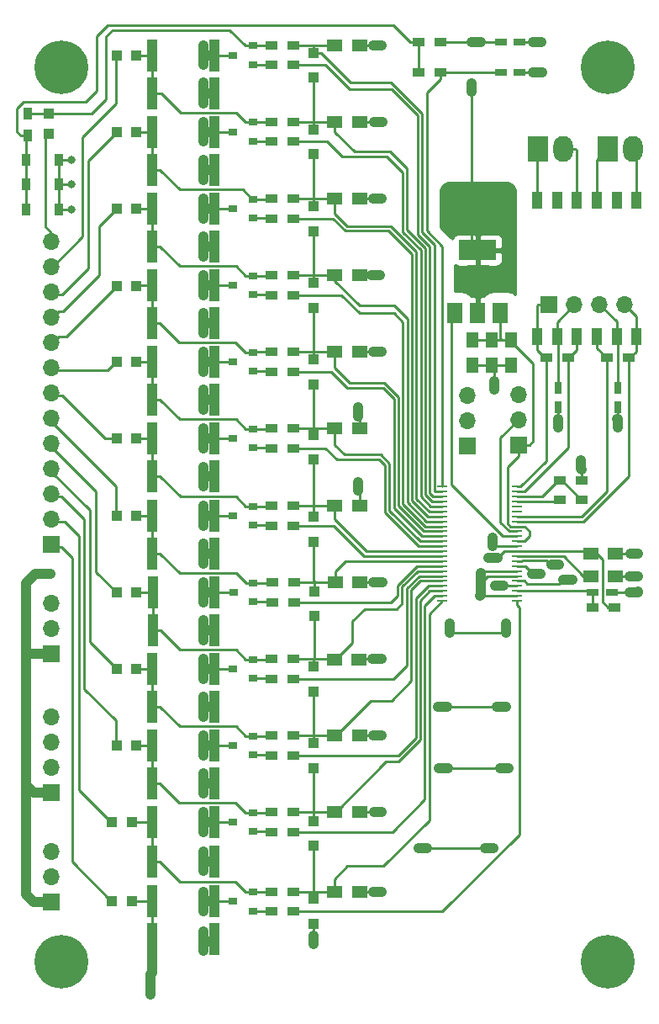
<source format=gbr>
G04 #@! TF.GenerationSoftware,KiCad,Pcbnew,5.1.0-unknown-c054944~86~ubuntu19.04.1*
G04 #@! TF.CreationDate,2019-05-08T15:05:49-04:00*
G04 #@! TF.ProjectId,LTC6811,4c544336-3831-4312-9e6b-696361645f70,rev?*
G04 #@! TF.SameCoordinates,Original*
G04 #@! TF.FileFunction,Copper,L1,Top*
G04 #@! TF.FilePolarity,Positive*
%FSLAX46Y46*%
G04 Gerber Fmt 4.6, Leading zero omitted, Abs format (unit mm)*
G04 Created by KiCad (PCBNEW 5.1.0-unknown-c054944~86~ubuntu19.04.1) date 2019-05-08 15:05:49*
%MOMM*%
%LPD*%
G04 APERTURE LIST*
%ADD10O,1.700000X1.700000*%
%ADD11R,1.700000X1.700000*%
%ADD12R,1.000000X0.285000*%
%ADD13R,0.900000X1.200000*%
%ADD14R,1.250000X1.500000*%
%ADD15R,1.500000X0.100000*%
%ADD16R,1.000000X1.000000*%
%ADD17R,1.000000X3.200000*%
%ADD18R,0.100000X1.500000*%
%ADD19R,1.500000X1.250000*%
%ADD20R,1.200000X0.750000*%
%ADD21R,0.750000X1.200000*%
%ADD22R,2.000000X2.600000*%
%ADD23O,2.000000X2.600000*%
%ADD24R,3.800000X2.000000*%
%ADD25R,1.500000X2.000000*%
%ADD26R,0.900000X0.800000*%
%ADD27R,1.200000X0.900000*%
%ADD28R,1.000000X1.750000*%
%ADD29R,1.000000X1.753000*%
%ADD30C,5.400000*%
%ADD31C,0.800000*%
%ADD32C,0.250000*%
%ADD33C,1.000000*%
%ADD34C,0.254000*%
G04 APERTURE END LIST*
D10*
X61720000Y-28900000D03*
X59180000Y-28900000D03*
X56640000Y-28900000D03*
D11*
X54100000Y-28900000D03*
D12*
X50850000Y-47200000D03*
X50850000Y-47700000D03*
X50850000Y-48200000D03*
X50850000Y-48700000D03*
X50850000Y-49200000D03*
X50850000Y-49700000D03*
X50850000Y-50200000D03*
X50850000Y-50700000D03*
X50850000Y-51200000D03*
X50850000Y-51700000D03*
X50850000Y-52200000D03*
X50850000Y-52700000D03*
X50850000Y-53200000D03*
X50850000Y-53700000D03*
X50850000Y-54200000D03*
X50850000Y-54700000D03*
X50850000Y-55200000D03*
X50850000Y-55700000D03*
X50850000Y-56200000D03*
X50850000Y-56700000D03*
X50850000Y-57200000D03*
X50850000Y-57700000D03*
X50850000Y-58200000D03*
X50850000Y-58700000D03*
X43350000Y-58700000D03*
X43350000Y-58200000D03*
X43350000Y-57700000D03*
X43350000Y-57200000D03*
X43350000Y-56700000D03*
X43350000Y-56200000D03*
X43350000Y-55700000D03*
X43350000Y-55200000D03*
X43350000Y-54700000D03*
X43350000Y-54200000D03*
X43350000Y-53700000D03*
X43350000Y-53200000D03*
X43350000Y-52700000D03*
X43350000Y-52200000D03*
X43350000Y-51700000D03*
X43350000Y-51200000D03*
X43350000Y-50700000D03*
X43350000Y-50200000D03*
X43350000Y-49700000D03*
X43350000Y-49200000D03*
X43350000Y-48700000D03*
X43350000Y-48200000D03*
X43350000Y-47700000D03*
X43350000Y-47200000D03*
D11*
X4000000Y-64000000D03*
D10*
X4000000Y-61460000D03*
X4000000Y-58920000D03*
D11*
X4000000Y-89000000D03*
D10*
X4000000Y-86460000D03*
X4000000Y-83920000D03*
D11*
X4000000Y-78000000D03*
D10*
X4000000Y-75460000D03*
X4000000Y-72920000D03*
X4000000Y-70380000D03*
D13*
X1600000Y-11900000D03*
X1600000Y-9700000D03*
X1450000Y-14300000D03*
X4750000Y-14300000D03*
X1450000Y-19300000D03*
X4750000Y-19300000D03*
X1450000Y-16800000D03*
X4750000Y-16800000D03*
D14*
X46400000Y-32450000D03*
X46400000Y-34950000D03*
X48300000Y-32450000D03*
X48300000Y-34950000D03*
D15*
X11550000Y-3800000D03*
D16*
X12550000Y-3800000D03*
X10550000Y-3800000D03*
D17*
X14150000Y-46150000D03*
X20350000Y-46150000D03*
D16*
X10050000Y-88950000D03*
X12050000Y-88950000D03*
D15*
X11050000Y-88950000D03*
D16*
X10050000Y-81000000D03*
X12050000Y-81000000D03*
D15*
X11050000Y-81000000D03*
D16*
X10550000Y-73250000D03*
X12550000Y-73250000D03*
D15*
X11550000Y-73250000D03*
D16*
X10550000Y-65550000D03*
X12550000Y-65550000D03*
D15*
X11550000Y-65550000D03*
D16*
X10550000Y-57850000D03*
X12550000Y-57850000D03*
D15*
X11550000Y-57850000D03*
D16*
X10550000Y-50150000D03*
X12550000Y-50150000D03*
D15*
X11550000Y-50150000D03*
D16*
X10550000Y-42350000D03*
X12550000Y-42350000D03*
D15*
X11550000Y-42350000D03*
D16*
X10550000Y-34650000D03*
X12550000Y-34650000D03*
D15*
X11550000Y-34650000D03*
D16*
X10550000Y-27000000D03*
X12550000Y-27000000D03*
D15*
X11550000Y-27000000D03*
D16*
X10550000Y-19250000D03*
X12550000Y-19250000D03*
D15*
X11550000Y-19250000D03*
D16*
X10550000Y-11500000D03*
X12550000Y-11500000D03*
D15*
X11550000Y-11500000D03*
D16*
X3700000Y-11700000D03*
X3700000Y-9700000D03*
D18*
X3700000Y-10700000D03*
D17*
X14150000Y-15350000D03*
X20350000Y-15350000D03*
D19*
X58300000Y-56200000D03*
X60800000Y-56200000D03*
X58300000Y-53950000D03*
X60800000Y-53950000D03*
D20*
X49250000Y-5500000D03*
X51150000Y-5500000D03*
X49250000Y-2500000D03*
X51150000Y-2500000D03*
D14*
X50250000Y-32450000D03*
X50250000Y-34950000D03*
D21*
X55000000Y-37300000D03*
X55000000Y-39200000D03*
X61000000Y-37300000D03*
X61000000Y-39200000D03*
D20*
X58519000Y-57811000D03*
X60419000Y-57811000D03*
D11*
X4000000Y-53000000D03*
D10*
X4000000Y-50460000D03*
X4000000Y-47920000D03*
X4000000Y-45380000D03*
X4000000Y-42840000D03*
X4000000Y-40300000D03*
X4000000Y-37760000D03*
X4000000Y-35220000D03*
X4000000Y-32680000D03*
X4000000Y-30140000D03*
X4000000Y-27600000D03*
X4000000Y-25060000D03*
X4000000Y-22520000D03*
D22*
X53000000Y-13250000D03*
D23*
X55540000Y-13250000D03*
D22*
X60000000Y-13250000D03*
D23*
X62540000Y-13250000D03*
D11*
X45900000Y-43100000D03*
D10*
X45900000Y-40560000D03*
X45900000Y-38020000D03*
D11*
X51000000Y-43000000D03*
D10*
X51000000Y-40460000D03*
X51000000Y-37920000D03*
D24*
X46900000Y-23400000D03*
D25*
X46900000Y-29700000D03*
X49200000Y-29700000D03*
X44600000Y-29700000D03*
D26*
X24250000Y-4750000D03*
X24250000Y-2850000D03*
X22250000Y-3800000D03*
X24250000Y-12450000D03*
X24250000Y-10550000D03*
X22250000Y-11500000D03*
X24250000Y-20200000D03*
X24250000Y-18300000D03*
X22250000Y-19250000D03*
X24250000Y-27900000D03*
X24250000Y-26000000D03*
X22250000Y-26950000D03*
X24250000Y-35600000D03*
X24250000Y-33700000D03*
X22250000Y-34650000D03*
X24250000Y-43300000D03*
X24250000Y-41400000D03*
X22250000Y-42350000D03*
X24250000Y-51100000D03*
X24250000Y-49200000D03*
X22250000Y-50150000D03*
X24300000Y-58800000D03*
X24300000Y-56900000D03*
X22300000Y-57850000D03*
X24250000Y-66500000D03*
X24250000Y-64600000D03*
X22250000Y-65550000D03*
X24250000Y-74200000D03*
X24250000Y-72300000D03*
X22250000Y-73250000D03*
X24250000Y-81900000D03*
X24250000Y-80000000D03*
X22250000Y-80950000D03*
X24250000Y-89900000D03*
X24250000Y-88000000D03*
X22250000Y-88950000D03*
D27*
X40950000Y-2500000D03*
X43150000Y-2500000D03*
X40950000Y-5500000D03*
X43150000Y-5500000D03*
X55200000Y-48550000D03*
X57400000Y-48550000D03*
X55200000Y-46550000D03*
X57400000Y-46550000D03*
X53800000Y-34250000D03*
X56000000Y-34250000D03*
X59900000Y-34250000D03*
X62100000Y-34250000D03*
X60645200Y-59335000D03*
X58445200Y-59335000D03*
X28350000Y-2800000D03*
X26150000Y-2800000D03*
X28350000Y-4800000D03*
X26150000Y-4800000D03*
X28350000Y-10500000D03*
X26150000Y-10500000D03*
X28350000Y-12500000D03*
X26150000Y-12500000D03*
X28350000Y-18250000D03*
X26150000Y-18250000D03*
X28350000Y-20250000D03*
X26150000Y-20250000D03*
X28350000Y-25950000D03*
X26150000Y-25950000D03*
X28350000Y-27950000D03*
X26150000Y-27950000D03*
X28350000Y-33650000D03*
X26150000Y-33650000D03*
X28350000Y-35650000D03*
X26150000Y-35650000D03*
X28350000Y-41350000D03*
X26150000Y-41350000D03*
X28350000Y-43350000D03*
X26150000Y-43350000D03*
X28350000Y-49150000D03*
X26150000Y-49150000D03*
X28350000Y-51150000D03*
X26150000Y-51150000D03*
X28400000Y-56850000D03*
X26200000Y-56850000D03*
X28400000Y-58850000D03*
X26200000Y-58850000D03*
X28350000Y-64550000D03*
X26150000Y-64550000D03*
X28350000Y-66550000D03*
X26150000Y-66550000D03*
X28350000Y-72250000D03*
X26150000Y-72250000D03*
X28350000Y-74250000D03*
X26150000Y-74250000D03*
X28350000Y-79950000D03*
X26150000Y-79950000D03*
X28350000Y-81950000D03*
X26150000Y-81950000D03*
X28350000Y-87950000D03*
X26150000Y-87950000D03*
X28350000Y-89950000D03*
X26150000Y-89950000D03*
D28*
X62900000Y-32125000D03*
X60900000Y-32125000D03*
X58900000Y-32125000D03*
X56900000Y-32125000D03*
X54900000Y-32125000D03*
D29*
X52900000Y-32125000D03*
D28*
X52900000Y-18375000D03*
X54900000Y-18375000D03*
X56900000Y-18375000D03*
X62900000Y-18375000D03*
X60900000Y-18375000D03*
X58900000Y-18375000D03*
D30*
X5000000Y-5000000D03*
D31*
X7025000Y-5000000D03*
X6431891Y-6431891D03*
X5000000Y-7025000D03*
X3568109Y-6431891D03*
X2975000Y-5000000D03*
X3568109Y-3568109D03*
X5000000Y-2975000D03*
X6431891Y-3568109D03*
D30*
X5000000Y-95000000D03*
D31*
X7025000Y-95000000D03*
X6431891Y-96431891D03*
X5000000Y-97025000D03*
X3568109Y-96431891D03*
X2975000Y-95000000D03*
X3568109Y-93568109D03*
X5000000Y-92975000D03*
X6431891Y-93568109D03*
D30*
X60000000Y-5000000D03*
D31*
X62025000Y-5000000D03*
X61431891Y-6431891D03*
X60000000Y-7025000D03*
X58568109Y-6431891D03*
X57975000Y-5000000D03*
X58568109Y-3568109D03*
X60000000Y-2975000D03*
X61431891Y-3568109D03*
D30*
X60000000Y-95000000D03*
D31*
X62025000Y-95000000D03*
X61431891Y-96431891D03*
X60000000Y-97025000D03*
X58568109Y-96431891D03*
X57975000Y-95000000D03*
X58568109Y-93568109D03*
X60000000Y-92975000D03*
X61431891Y-93568109D03*
D17*
X14150000Y-3800000D03*
X20350000Y-3800000D03*
X14150000Y-11500000D03*
X20350000Y-11500000D03*
X14150000Y-19250000D03*
X20350000Y-19250000D03*
X14150000Y-26950000D03*
X20350000Y-26950000D03*
X14150000Y-34650000D03*
X20350000Y-34650000D03*
X14150000Y-42350000D03*
X20350000Y-42350000D03*
X14150000Y-50150000D03*
X20350000Y-50150000D03*
X14200000Y-57850000D03*
X20400000Y-57850000D03*
X14150000Y-73250000D03*
X20350000Y-73250000D03*
X14150000Y-80950000D03*
X20350000Y-80950000D03*
X14150000Y-88950000D03*
X20350000Y-88950000D03*
X14150000Y-65550000D03*
X20350000Y-65550000D03*
D19*
X32500000Y-2800000D03*
X35000000Y-2800000D03*
X32500000Y-10500000D03*
X35000000Y-10500000D03*
X32500000Y-18250000D03*
X35000000Y-18250000D03*
X32500000Y-25950000D03*
X35000000Y-25950000D03*
X32500000Y-33650000D03*
X35000000Y-33650000D03*
X32500000Y-41350000D03*
X35000000Y-41350000D03*
X32500000Y-49150000D03*
X35000000Y-49150000D03*
X32550000Y-56850000D03*
X35050000Y-56850000D03*
X32450000Y-64600000D03*
X34950000Y-64600000D03*
X32500000Y-72250000D03*
X35000000Y-72250000D03*
X32500000Y-79950000D03*
X35000000Y-79950000D03*
X32500000Y-87950000D03*
X35000000Y-87950000D03*
D17*
X14150000Y-7600000D03*
X20350000Y-7600000D03*
X14150000Y-23050000D03*
X20350000Y-23050000D03*
X14150000Y-30750000D03*
X20350000Y-30750000D03*
X14150000Y-38450000D03*
X20350000Y-38450000D03*
X14150000Y-53950000D03*
X20350000Y-53950000D03*
X14200000Y-61650000D03*
X20400000Y-61650000D03*
X14150000Y-69350000D03*
X20350000Y-69350000D03*
X14150000Y-77050000D03*
X20350000Y-77050000D03*
X14150000Y-84950000D03*
X20350000Y-84950000D03*
X14150000Y-92750000D03*
X20350000Y-92750000D03*
D16*
X30400000Y-3550000D03*
X30400000Y-6050000D03*
X30400000Y-13750000D03*
X30400000Y-11250000D03*
X30400000Y-21500000D03*
X30400000Y-19000000D03*
X30400000Y-29200000D03*
X30400000Y-26700000D03*
X30400000Y-34400000D03*
X30400000Y-36900000D03*
X30400000Y-42000000D03*
X30400000Y-44500000D03*
X30400000Y-50250000D03*
X30400000Y-52750000D03*
X30450000Y-57750000D03*
X30450000Y-60250000D03*
X30400000Y-65300000D03*
X30400000Y-67800000D03*
X30400000Y-73000000D03*
X30400000Y-75500000D03*
X30400000Y-83350000D03*
X30400000Y-80850000D03*
X30400000Y-91200000D03*
X30400000Y-88700000D03*
D31*
X48550000Y-37450000D03*
X52500000Y-5500000D03*
X52500000Y-2500000D03*
X55000000Y-41250000D03*
X61000000Y-41250000D03*
X57300000Y-44550000D03*
X37250000Y-2800000D03*
X37350000Y-10550000D03*
X34900000Y-46750000D03*
X37300000Y-56850000D03*
X37250000Y-64550000D03*
X37250000Y-72250000D03*
X37250000Y-79950000D03*
X30400000Y-93200000D03*
X36410000Y-2800000D03*
X36470000Y-10520000D03*
X34900000Y-47610000D03*
X36420000Y-56860000D03*
X36340000Y-64550000D03*
X36420000Y-72250000D03*
X36430000Y-79950000D03*
X37230000Y-87960000D03*
X36370000Y-87960000D03*
X30390000Y-92380000D03*
X53410000Y-5520000D03*
X54990000Y-40380000D03*
X60980000Y-40390000D03*
X57380000Y-45450000D03*
X48540000Y-36580000D03*
X63090000Y-53950000D03*
X63070000Y-56210000D03*
X62240000Y-56200000D03*
X62260000Y-53960000D03*
X53339982Y-2499982D03*
X36360000Y-18250000D03*
X37250000Y-18250000D03*
X36220000Y-25950000D03*
X37050000Y-25950000D03*
X36400000Y-33660000D03*
X37250000Y-33650000D03*
X34900000Y-39250000D03*
X34900000Y-40110000D03*
X6000000Y-14300000D03*
X6000000Y-16800000D03*
X6000000Y-19300000D03*
X62230000Y-57810400D03*
X63068200Y-57785000D03*
X13970000Y-97282000D03*
X13970000Y-96266000D03*
X13970000Y-98323400D03*
X47142400Y-58166000D03*
X47193180Y-55905420D03*
X47142410Y-56997610D03*
X48900000Y-54400000D03*
X3900000Y-56000000D03*
X2900000Y-56000000D03*
X47980600Y-54400000D03*
X46250000Y-7500000D03*
X46250000Y-2500000D03*
X47200000Y-2490000D03*
X46270000Y-6630000D03*
X48400000Y-53200000D03*
X48400000Y-52298600D03*
X19250000Y-3800000D03*
X19250000Y-2800000D03*
X19250000Y-4800000D03*
X19250000Y-7600000D03*
X19250000Y-6500000D03*
X19250000Y-8650000D03*
X19250000Y-11500000D03*
X19250000Y-10500000D03*
X19250000Y-12500000D03*
X19250000Y-15350000D03*
X19250000Y-14350000D03*
X19250000Y-16350000D03*
X19250000Y-19250000D03*
X19250000Y-18250000D03*
X19250000Y-20250000D03*
X19250000Y-23050000D03*
X19250000Y-22050000D03*
X19250000Y-24050000D03*
X19250000Y-26950000D03*
X19250000Y-25950000D03*
X19250000Y-27950000D03*
X19250000Y-30750000D03*
X19250000Y-29750000D03*
X19250000Y-31750000D03*
X19250000Y-34650000D03*
X19250000Y-33650000D03*
X19250000Y-35650000D03*
X19250000Y-38450000D03*
X19250000Y-37450000D03*
X19250000Y-39450000D03*
X19250000Y-42350000D03*
X19250000Y-41350000D03*
X19250000Y-43350000D03*
X19250000Y-46200000D03*
X19250000Y-45200000D03*
X19250000Y-47200000D03*
X19250000Y-50150000D03*
X19250000Y-49150000D03*
X19250000Y-51150000D03*
X19250000Y-53950000D03*
X19250000Y-52950000D03*
X19250000Y-54950000D03*
X19300000Y-57850000D03*
X19300000Y-56850000D03*
X19300000Y-58850000D03*
X19250000Y-61650000D03*
X19250000Y-60650000D03*
X19250000Y-62650000D03*
X19250000Y-65550000D03*
X19250000Y-64550000D03*
X19250000Y-66550000D03*
X19250000Y-69350000D03*
X19250000Y-68350000D03*
X19250000Y-70350000D03*
X19250000Y-73250000D03*
X19250000Y-72250000D03*
X19250000Y-74250000D03*
X19250000Y-77050000D03*
X19250000Y-76050000D03*
X19250000Y-78050000D03*
X19250000Y-80950000D03*
X19250000Y-79950000D03*
X19250000Y-81950000D03*
X19250000Y-84900000D03*
X19250000Y-83900000D03*
X19250000Y-85900000D03*
X19250000Y-88950000D03*
X19250000Y-87950000D03*
X19250000Y-89950000D03*
X19250000Y-92950000D03*
X19250000Y-91950000D03*
X19250000Y-93950000D03*
X49733200Y-69392800D03*
X42900600Y-69367400D03*
X43840400Y-69367400D03*
X48793400Y-69392800D03*
X52425484Y-55956200D03*
X53263800Y-55956200D03*
X55500000Y-56600000D03*
X40995600Y-83591400D03*
X48488600Y-83591400D03*
X41833800Y-83591400D03*
X47625000Y-83591400D03*
X56413400Y-56591200D03*
X44094400Y-61899800D03*
X49744200Y-61899800D03*
X44094400Y-61010800D03*
X49744200Y-60934600D03*
X49530800Y-57200000D03*
X48666400Y-57200800D03*
X50038000Y-75565000D03*
X42951400Y-75565000D03*
X43942000Y-75565000D03*
X49174400Y-75565000D03*
X54254400Y-55067200D03*
X55118000Y-55067200D03*
D32*
X51150000Y-5500000D02*
X52500000Y-5500000D01*
X51150000Y-2500000D02*
X52500000Y-2500000D01*
X55000000Y-39200000D02*
X55000000Y-41250000D01*
X57400000Y-46550000D02*
X57400000Y-44650000D01*
X57400000Y-44650000D02*
X57300000Y-44550000D01*
X35000000Y-2800000D02*
X37250000Y-2800000D01*
X35000000Y-10500000D02*
X37250000Y-10500000D01*
X35050000Y-56850000D02*
X37300000Y-56850000D01*
X35000000Y-64550000D02*
X37250000Y-64550000D01*
X35000000Y-72250000D02*
X37250000Y-72250000D01*
X35000000Y-79950000D02*
X37250000Y-79950000D01*
X61000000Y-39200000D02*
X61000000Y-41250000D01*
X37220000Y-87950000D02*
X37230000Y-87960000D01*
X35000000Y-87950000D02*
X37220000Y-87950000D01*
D33*
X36370000Y-87960000D02*
X37230000Y-87960000D01*
X36430000Y-79950000D02*
X37250000Y-79950000D01*
X36420000Y-72250000D02*
X37250000Y-72250000D01*
X36340000Y-64550000D02*
X37250000Y-64550000D01*
X37290000Y-56860000D02*
X37300000Y-56850000D01*
X36420000Y-56860000D02*
X37290000Y-56860000D01*
X34900000Y-47610000D02*
X34900000Y-46750000D01*
X37320000Y-10520000D02*
X37350000Y-10550000D01*
X36470000Y-10520000D02*
X37320000Y-10520000D01*
X36410000Y-2800000D02*
X37250000Y-2800000D01*
X30400000Y-92390000D02*
X30390000Y-92380000D01*
X30400000Y-93200000D02*
X30400000Y-92390000D01*
X53390000Y-5500000D02*
X53410000Y-5520000D01*
X52500000Y-5500000D02*
X53390000Y-5500000D01*
X55000000Y-40390000D02*
X54990000Y-40380000D01*
X55000000Y-41250000D02*
X55000000Y-40390000D01*
X61000000Y-40410000D02*
X60980000Y-40390000D01*
X61000000Y-41250000D02*
X61000000Y-40410000D01*
X57300000Y-45370000D02*
X57380000Y-45450000D01*
X57300000Y-44550000D02*
X57300000Y-45370000D01*
X48550000Y-36590000D02*
X48540000Y-36580000D01*
X48550000Y-37450000D02*
X48550000Y-36590000D01*
D32*
X60800000Y-53950000D02*
X63090000Y-53950000D01*
X63060000Y-56200000D02*
X63070000Y-56210000D01*
X60800000Y-56200000D02*
X63060000Y-56200000D01*
D33*
X63080000Y-53960000D02*
X63090000Y-53950000D01*
X62260000Y-53960000D02*
X63080000Y-53960000D01*
X62240000Y-56200000D02*
X63060000Y-56200000D01*
X52500000Y-2500000D02*
X53339964Y-2500000D01*
X53339964Y-2500000D02*
X53339982Y-2499982D01*
D32*
X14150000Y-88950000D02*
X12125001Y-88950000D01*
X14150000Y-88950000D02*
X14150000Y-92750000D01*
X30390000Y-91210000D02*
X30400000Y-91200000D01*
X30390000Y-92380000D02*
X30390000Y-91210000D01*
D33*
X36360000Y-18250000D02*
X37250000Y-18250000D01*
D32*
X35000000Y-18250000D02*
X37250000Y-18250000D01*
X35000000Y-25950000D02*
X37024990Y-25950000D01*
D33*
X36220000Y-25950000D02*
X37050000Y-25950000D01*
X36400000Y-33660000D02*
X37240000Y-33660000D01*
X37240000Y-33660000D02*
X37250000Y-33650000D01*
D32*
X35000000Y-33650000D02*
X37250000Y-33650000D01*
X35000000Y-46850000D02*
X34900000Y-46750000D01*
X35000000Y-49150000D02*
X35000000Y-46850000D01*
X35000000Y-39350000D02*
X34900000Y-39250000D01*
X35000000Y-41650000D02*
X35000000Y-39350000D01*
D33*
X34900000Y-40110000D02*
X34900000Y-39250000D01*
D32*
X48540000Y-35190000D02*
X48300000Y-34950000D01*
X48540000Y-36580000D02*
X48540000Y-35190000D01*
X46400000Y-34950000D02*
X48300000Y-34950000D01*
X48300000Y-34950000D02*
X50250000Y-34950000D01*
X4750000Y-14300000D02*
X6000000Y-14300000D01*
X4750000Y-16800000D02*
X6000000Y-16800000D01*
X4750000Y-19300000D02*
X6000000Y-19300000D01*
X4750000Y-19300000D02*
X4750000Y-16800000D01*
X4750000Y-16800000D02*
X4750000Y-14300000D01*
X60419000Y-57811000D02*
X62229400Y-57811000D01*
X62229400Y-57811000D02*
X62230000Y-57810400D01*
D33*
X63042800Y-57810400D02*
X63068200Y-57785000D01*
X62230000Y-57810400D02*
X63042800Y-57810400D01*
X14150000Y-96086000D02*
X13970000Y-96266000D01*
X14150000Y-92750000D02*
X14150000Y-96086000D01*
X13970000Y-97282000D02*
X13970000Y-96266000D01*
X13970000Y-98323400D02*
X13970000Y-97282000D01*
D32*
X47176400Y-58200000D02*
X47142400Y-58166000D01*
X50850000Y-58200000D02*
X47176400Y-58200000D01*
X47398600Y-55700000D02*
X47193180Y-55905420D01*
X50850000Y-55700000D02*
X47398600Y-55700000D01*
X50850000Y-56200000D02*
X47940020Y-56200000D01*
X47542409Y-56597611D02*
X47142410Y-56997610D01*
X47940020Y-56200000D02*
X47542409Y-56597611D01*
D33*
X47193180Y-58115220D02*
X47142400Y-58166000D01*
X47193180Y-55905420D02*
X47193180Y-58115220D01*
D32*
X58175000Y-56200000D02*
X58300000Y-56200000D01*
X57571600Y-56200000D02*
X58175000Y-56200000D01*
X50850000Y-54200000D02*
X55571600Y-54200000D01*
X55571600Y-54200000D02*
X57571600Y-56200000D01*
X58050000Y-53700000D02*
X58300000Y-53950000D01*
X50850000Y-53700000D02*
X58050000Y-53700000D01*
X50850000Y-53700000D02*
X49600000Y-53700000D01*
X49600000Y-53700000D02*
X48900000Y-54400000D01*
D33*
X2900000Y-56000000D02*
X3900000Y-56000000D01*
D32*
X60046200Y-59335000D02*
X60645200Y-59335000D01*
X58425000Y-53950000D02*
X58425400Y-53949600D01*
X58300000Y-53950000D02*
X58425000Y-53950000D01*
X58425400Y-53949600D02*
X58902600Y-53949600D01*
X58902600Y-53949600D02*
X59493999Y-54540999D01*
X59493999Y-54540999D02*
X59493999Y-58782799D01*
X59493999Y-58782799D02*
X60046200Y-59335000D01*
D33*
X47980600Y-54400000D02*
X48900000Y-54400000D01*
X2150000Y-89000000D02*
X4000000Y-89000000D01*
X1400000Y-88250000D02*
X2150000Y-89000000D01*
X2334315Y-56000000D02*
X1400000Y-56934315D01*
X2900000Y-56000000D02*
X2334315Y-56000000D01*
X2150000Y-78000000D02*
X4000000Y-78000000D01*
X1400000Y-77250000D02*
X2150000Y-78000000D01*
X1400000Y-77193600D02*
X1400000Y-77250000D01*
X1400000Y-77193600D02*
X1400000Y-88250000D01*
X1725200Y-64000000D02*
X4000000Y-64000000D01*
X1400000Y-63674800D02*
X1725200Y-64000000D01*
X1400000Y-63674800D02*
X1400000Y-77193600D01*
X1400000Y-56934315D02*
X1400000Y-63674800D01*
D32*
X43150000Y-5500000D02*
X49250000Y-5500000D01*
X43350000Y-23031534D02*
X41774999Y-21456533D01*
X43150000Y-6200000D02*
X43150000Y-5500000D01*
X41774999Y-21456533D02*
X41774999Y-7575001D01*
X41774999Y-7575001D02*
X43150000Y-6200000D01*
X43350000Y-47200000D02*
X43350000Y-23031534D01*
D33*
X47190000Y-2500000D02*
X47200000Y-2490000D01*
X46250000Y-2500000D02*
X47190000Y-2500000D01*
X46250000Y-6650000D02*
X46270000Y-6630000D01*
X46250000Y-7500000D02*
X46250000Y-6650000D01*
D32*
X46900000Y-29700000D02*
X46900000Y-23400000D01*
X44000000Y-2500000D02*
X46250000Y-2500000D01*
X43150000Y-2500000D02*
X44000000Y-2500000D01*
X49240000Y-2490000D02*
X49250000Y-2500000D01*
X47200000Y-2490000D02*
X49240000Y-2490000D01*
X46250000Y-22750000D02*
X46900000Y-23400000D01*
X46250000Y-7500000D02*
X46250000Y-22750000D01*
X51000000Y-44100000D02*
X49900000Y-45200000D01*
X51000000Y-43000000D02*
X51000000Y-44100000D01*
X49900000Y-45200000D02*
X49900000Y-50900000D01*
X50200000Y-51200000D02*
X50850000Y-51200000D01*
X49900000Y-50900000D02*
X50200000Y-51200000D01*
X51600000Y-52700000D02*
X52100000Y-52200000D01*
X50850000Y-52700000D02*
X51600000Y-52700000D01*
X51600000Y-51200000D02*
X50850000Y-51200000D01*
X52100000Y-52200000D02*
X52100000Y-51700000D01*
X52100000Y-51700000D02*
X51600000Y-51200000D01*
X48550000Y-32450000D02*
X48550000Y-32575000D01*
X46400000Y-32450000D02*
X48300000Y-32450000D01*
X48300000Y-32450000D02*
X50250000Y-32450000D01*
X49375000Y-32450000D02*
X50250000Y-32450000D01*
X49200000Y-29700000D02*
X49200000Y-32275000D01*
X49200000Y-32275000D02*
X49375000Y-32450000D01*
X52500000Y-42600000D02*
X52500000Y-34825000D01*
X50250000Y-32575000D02*
X50250000Y-32450000D01*
X52500000Y-34825000D02*
X50250000Y-32575000D01*
X52100000Y-43000000D02*
X52500000Y-42600000D01*
X51000000Y-43000000D02*
X52100000Y-43000000D01*
X54900000Y-37200000D02*
X55000000Y-37300000D01*
X55000000Y-32225000D02*
X54900000Y-32125000D01*
X55000000Y-37300000D02*
X55000000Y-32225000D01*
X54900000Y-30640000D02*
X56640000Y-28900000D01*
X54900000Y-32125000D02*
X54900000Y-30640000D01*
X60900000Y-37200000D02*
X61000000Y-37300000D01*
X61000000Y-32225000D02*
X60900000Y-32125000D01*
X61000000Y-37300000D02*
X61000000Y-32225000D01*
X60900000Y-30620000D02*
X59180000Y-28900000D01*
X60900000Y-32125000D02*
X60900000Y-30620000D01*
X58445200Y-57884800D02*
X58519000Y-57811000D01*
X58445200Y-59335000D02*
X58445200Y-57884800D01*
X58408000Y-57700000D02*
X58519000Y-57811000D01*
X50850000Y-57700000D02*
X58408000Y-57700000D01*
X3860800Y-22758400D02*
X3860800Y-21556319D01*
X3860800Y-21556319D02*
X3810000Y-21505519D01*
X3400000Y-12150002D02*
X3775001Y-11775001D01*
X3860800Y-21556319D02*
X3400000Y-21095519D01*
X3400000Y-21095519D02*
X3400000Y-12150002D01*
X7100000Y-22059200D02*
X3860800Y-25298400D01*
X7100000Y-12000000D02*
X7100000Y-22059200D01*
X10474999Y-3800000D02*
X10474999Y-8625001D01*
X10474999Y-8625001D02*
X7100000Y-12000000D01*
X5062881Y-27838400D02*
X7670800Y-25230481D01*
X3860800Y-27838400D02*
X5062881Y-27838400D01*
X10474999Y-11575001D02*
X10474999Y-11500000D01*
X7670800Y-25230481D02*
X7670800Y-14379200D01*
X7670800Y-14379200D02*
X10474999Y-11575001D01*
X4710799Y-29528401D02*
X5167999Y-29528401D01*
X3860800Y-30378400D02*
X4710799Y-29528401D01*
X5167999Y-29528401D02*
X8763000Y-25933400D01*
X10474999Y-19325001D02*
X10474999Y-19250000D01*
X8763000Y-25933400D02*
X8763000Y-21037000D01*
X8763000Y-21037000D02*
X10474999Y-19325001D01*
X10474999Y-27075001D02*
X10474999Y-27000000D01*
X5481599Y-32068401D02*
X10474999Y-27075001D01*
X3860800Y-32918400D02*
X4710799Y-32068401D01*
X4710799Y-32068401D02*
X5481599Y-32068401D01*
X9666599Y-35458400D02*
X10474999Y-34650000D01*
X3860800Y-35458400D02*
X9666599Y-35458400D01*
X9414481Y-42350000D02*
X10474999Y-42350000D01*
X3860800Y-37998400D02*
X5062881Y-37998400D01*
X5062881Y-37998400D02*
X9414481Y-42350000D01*
X10474999Y-49839999D02*
X10474999Y-50150000D01*
X3860800Y-40538400D02*
X10474999Y-47152599D01*
X10474999Y-47152599D02*
X10474999Y-49839999D01*
X10474999Y-57774999D02*
X10474999Y-57850000D01*
X8483600Y-55783600D02*
X10474999Y-57774999D01*
X3860800Y-43078400D02*
X8483600Y-47701200D01*
X8483600Y-47701200D02*
X8483600Y-55783600D01*
X10474999Y-65474999D02*
X10474999Y-65550000D01*
X7823200Y-62823200D02*
X10474999Y-65474999D01*
X3860800Y-45618400D02*
X7823200Y-49580800D01*
X7823200Y-49580800D02*
X7823200Y-62823200D01*
X10474999Y-72939999D02*
X10474999Y-73250000D01*
X10474999Y-70749199D02*
X10474999Y-72939999D01*
X7264400Y-67538600D02*
X10474999Y-70749199D01*
X7264400Y-50444400D02*
X7264400Y-67538600D01*
X3860800Y-48158400D02*
X4978400Y-48158400D01*
X4978400Y-48158400D02*
X7264400Y-50444400D01*
X9974999Y-80924999D02*
X9974999Y-81000000D01*
X6781800Y-77731800D02*
X9974999Y-80924999D01*
X6781800Y-52171600D02*
X6781800Y-77731800D01*
X3860800Y-50698400D02*
X5308600Y-50698400D01*
X5308600Y-50698400D02*
X6781800Y-52171600D01*
X56790000Y-13250000D02*
X55540000Y-13250000D01*
X56900000Y-18375000D02*
X56900000Y-13360000D01*
X56900000Y-13360000D02*
X56790000Y-13250000D01*
X52900000Y-13350000D02*
X53000000Y-13250000D01*
X52900000Y-18375000D02*
X52900000Y-13350000D01*
X58900000Y-14350000D02*
X60000000Y-13250000D01*
X58900000Y-18375000D02*
X58900000Y-14350000D01*
X62900000Y-13610000D02*
X62540000Y-13250000D01*
X62900000Y-18375000D02*
X62900000Y-13610000D01*
X48400000Y-53200000D02*
X50850000Y-53200000D01*
D33*
X48400000Y-52316740D02*
X48390930Y-52307670D01*
X48400000Y-53200000D02*
X48400000Y-52316740D01*
D32*
X51000000Y-40460000D02*
X49200000Y-42260000D01*
X49200000Y-42260000D02*
X49200000Y-50836410D01*
X49200000Y-50836410D02*
X50063590Y-51700000D01*
X50100000Y-51700000D02*
X50850000Y-51700000D01*
X50063590Y-51700000D02*
X50100000Y-51700000D01*
X49450000Y-52200000D02*
X50850000Y-52200000D01*
X44274988Y-47024988D02*
X49450000Y-52200000D01*
X44600000Y-29700000D02*
X44274988Y-30025012D01*
X44274988Y-30025012D02*
X44274988Y-47024988D01*
X26100000Y-4750000D02*
X26150000Y-4800000D01*
X24250000Y-4750000D02*
X26100000Y-4750000D01*
X20350000Y-3800000D02*
X22250000Y-3800000D01*
D33*
X19250000Y-2800000D02*
X19250000Y-4800000D01*
X19250000Y-3800000D02*
X20350000Y-3800000D01*
X20350000Y-7600000D02*
X19250000Y-7600000D01*
X19250000Y-6500000D02*
X19250000Y-8650000D01*
D32*
X20350000Y-11500000D02*
X22250000Y-11500000D01*
D33*
X20350000Y-11500000D02*
X19250000Y-11500000D01*
X19250000Y-10500000D02*
X19250000Y-12500000D01*
X19250000Y-15350000D02*
X20350000Y-15350000D01*
X19250000Y-15350000D02*
X19250000Y-14350000D01*
X19250000Y-15350000D02*
X19250000Y-16350000D01*
D32*
X26100000Y-12450000D02*
X26150000Y-12500000D01*
X24250000Y-12450000D02*
X26100000Y-12450000D01*
X20350000Y-19250000D02*
X22250000Y-19250000D01*
D33*
X20350000Y-19250000D02*
X19250000Y-19250000D01*
X19250000Y-18250000D02*
X19250000Y-20250000D01*
X19250000Y-22050000D02*
X19250000Y-24050000D01*
X19250000Y-23050000D02*
X20350000Y-23050000D01*
D32*
X26100000Y-20200000D02*
X26150000Y-20250000D01*
X24250000Y-20200000D02*
X26100000Y-20200000D01*
X26100000Y-27900000D02*
X26150000Y-27950000D01*
X24250000Y-27900000D02*
X26100000Y-27900000D01*
X20350000Y-26950000D02*
X22250000Y-26950000D01*
D33*
X20350000Y-26950000D02*
X19250000Y-26950000D01*
X19250000Y-25950000D02*
X19250000Y-27950000D01*
X19250000Y-30750000D02*
X20350000Y-30750000D01*
X19250000Y-29750000D02*
X19250000Y-31750000D01*
D32*
X20350000Y-34650000D02*
X22250000Y-34650000D01*
D33*
X20350000Y-34650000D02*
X19250000Y-34650000D01*
X19250000Y-33650000D02*
X19250000Y-35650000D01*
X19250000Y-37450000D02*
X19250000Y-39450000D01*
X19250000Y-38450000D02*
X20350000Y-38450000D01*
D32*
X26100000Y-35600000D02*
X26150000Y-35650000D01*
X24250000Y-35600000D02*
X26100000Y-35600000D01*
X20350000Y-42350000D02*
X22250000Y-42350000D01*
D33*
X20350000Y-42350000D02*
X19250000Y-42350000D01*
X19250000Y-41350000D02*
X19250000Y-43350000D01*
X19250000Y-45200000D02*
X19250000Y-47200000D01*
X20300000Y-46200000D02*
X20350000Y-46150000D01*
X19250000Y-46200000D02*
X20300000Y-46200000D01*
D32*
X26100000Y-43300000D02*
X26150000Y-43350000D01*
X24250000Y-43300000D02*
X26100000Y-43300000D01*
X26100000Y-51100000D02*
X26150000Y-51150000D01*
X24250000Y-51100000D02*
X26100000Y-51100000D01*
X22250000Y-50150000D02*
X20350000Y-50150000D01*
D33*
X20350000Y-50150000D02*
X19250000Y-50150000D01*
X19250000Y-49150000D02*
X19250000Y-51150000D01*
X19250000Y-52950000D02*
X19250000Y-54950000D01*
X19250000Y-53950000D02*
X20350000Y-53950000D01*
D32*
X20400000Y-57850000D02*
X22300000Y-57850000D01*
D33*
X20400000Y-57850000D02*
X19300000Y-57850000D01*
X19300000Y-56850000D02*
X19300000Y-58850000D01*
X19250000Y-60650000D02*
X19250000Y-62650000D01*
X19250000Y-61650000D02*
X20400000Y-61650000D01*
D32*
X26150000Y-58800000D02*
X26200000Y-58850000D01*
X24300000Y-58800000D02*
X26150000Y-58800000D01*
X26100000Y-66500000D02*
X26150000Y-66550000D01*
X24250000Y-66500000D02*
X26100000Y-66500000D01*
X20350000Y-65550000D02*
X22250000Y-65550000D01*
D33*
X20350000Y-65550000D02*
X19250000Y-65550000D01*
X19250000Y-64550000D02*
X19250000Y-66550000D01*
X19250000Y-68350000D02*
X19250000Y-70350000D01*
X19250000Y-69350000D02*
X20350000Y-69350000D01*
D32*
X26100000Y-74200000D02*
X26150000Y-74250000D01*
X24250000Y-74200000D02*
X26100000Y-74200000D01*
X20350000Y-73250000D02*
X22250000Y-73250000D01*
D33*
X20350000Y-73250000D02*
X19250000Y-73250000D01*
X19250000Y-72250000D02*
X19250000Y-74250000D01*
X19250000Y-76050000D02*
X19250000Y-78050000D01*
X19250000Y-77050000D02*
X20350000Y-77050000D01*
D32*
X20350000Y-80950000D02*
X22250000Y-80950000D01*
D33*
X20350000Y-80950000D02*
X19250000Y-80950000D01*
X19250000Y-79950000D02*
X19250000Y-81950000D01*
X19250000Y-83900000D02*
X19250000Y-85900000D01*
X20300000Y-84900000D02*
X20350000Y-84950000D01*
X19250000Y-84900000D02*
X20300000Y-84900000D01*
D32*
X26100000Y-81900000D02*
X26150000Y-81950000D01*
X24250000Y-81900000D02*
X26100000Y-81900000D01*
X26100000Y-89900000D02*
X26150000Y-89950000D01*
X24250000Y-89900000D02*
X26100000Y-89900000D01*
X20350000Y-88950000D02*
X22250000Y-88950000D01*
D33*
X20350000Y-88950000D02*
X19250000Y-88950000D01*
X19250000Y-87950000D02*
X19250000Y-89950000D01*
X19250000Y-91950000D02*
X19250000Y-93950000D01*
X19250000Y-92950000D02*
X20350000Y-92950000D01*
D32*
X55050000Y-46550000D02*
X55200000Y-46550000D01*
X50850000Y-48200000D02*
X53400000Y-48200000D01*
X53400000Y-48200000D02*
X55050000Y-46550000D01*
X57350000Y-48550000D02*
X57400000Y-48550000D01*
X55200000Y-46550000D02*
X55350000Y-46550000D01*
X55350000Y-46550000D02*
X57350000Y-48550000D01*
X55050000Y-48700000D02*
X55200000Y-48550000D01*
X50850000Y-48700000D02*
X55050000Y-48700000D01*
X53650000Y-34250000D02*
X53800000Y-34250000D01*
X52900000Y-32125000D02*
X52900000Y-33500000D01*
X52900000Y-33500000D02*
X53650000Y-34250000D01*
X51207500Y-47200000D02*
X50850000Y-47200000D01*
X53800000Y-34250000D02*
X53800000Y-44607500D01*
X53800000Y-44607500D02*
X51207500Y-47200000D01*
X53000000Y-28900000D02*
X54100000Y-28900000D01*
X52900000Y-32125000D02*
X52900000Y-29000000D01*
X52900000Y-29000000D02*
X53000000Y-28900000D01*
X56150000Y-34250000D02*
X56000000Y-34250000D01*
X56900000Y-32125000D02*
X56900000Y-33500000D01*
X56900000Y-33500000D02*
X56150000Y-34250000D01*
X51600000Y-47700000D02*
X50850000Y-47700000D01*
X56000000Y-34250000D02*
X56000000Y-43300000D01*
X56000000Y-43300000D02*
X51600000Y-47700000D01*
X62250000Y-34250000D02*
X62100000Y-34250000D01*
X62775000Y-33725000D02*
X62250000Y-34250000D01*
X62900000Y-32125000D02*
X62900000Y-33600000D01*
X62900000Y-33600000D02*
X62775000Y-33725000D01*
X57521413Y-50700000D02*
X51600000Y-50700000D01*
X62100000Y-34250000D02*
X62100000Y-46121413D01*
X51600000Y-50700000D02*
X50850000Y-50700000D01*
X62100000Y-46121413D02*
X57521413Y-50700000D01*
X62900000Y-30080000D02*
X61720000Y-28900000D01*
X62900000Y-32125000D02*
X62900000Y-30080000D01*
X58900000Y-33250000D02*
X59900000Y-34250000D01*
X58900000Y-32125000D02*
X58900000Y-33250000D01*
X51600000Y-50200000D02*
X50850000Y-50200000D01*
X59900000Y-47685003D02*
X57385003Y-50200000D01*
X57385003Y-50200000D02*
X51600000Y-50200000D01*
X59900000Y-34250000D02*
X59900000Y-47685003D01*
X4960800Y-53238400D02*
X6070600Y-54348200D01*
X3860800Y-53238400D02*
X4960800Y-53238400D01*
X9974999Y-88874999D02*
X9974999Y-88950000D01*
X6070600Y-54348200D02*
X6070600Y-84970600D01*
X6070600Y-84970600D02*
X9974999Y-88874999D01*
X40950000Y-2500000D02*
X40950000Y-5500000D01*
X40100000Y-2500000D02*
X40950000Y-2500000D01*
X1450000Y-19300000D02*
X1450000Y-16800000D01*
X1450000Y-16800000D02*
X1450000Y-14300000D01*
X1450000Y-12050000D02*
X1600000Y-11900000D01*
X1450000Y-14300000D02*
X1450000Y-12050000D01*
X900000Y-11900000D02*
X500000Y-11500000D01*
X1600000Y-11900000D02*
X900000Y-11900000D01*
X500000Y-9164998D02*
X1164998Y-8500000D01*
X500000Y-11500000D02*
X500000Y-9164998D01*
X1164998Y-8500000D02*
X7400000Y-8500000D01*
X7400000Y-8500000D02*
X8500000Y-7400000D01*
X8500000Y-7400000D02*
X8500000Y-1900000D01*
X8500000Y-1900000D02*
X9600000Y-800000D01*
X38400000Y-800000D02*
X40100000Y-2500000D01*
X9600000Y-800000D02*
X38400000Y-800000D01*
X42926000Y-69392800D02*
X42900600Y-69367400D01*
X52025485Y-55556201D02*
X52425484Y-55956200D01*
X51669284Y-55200000D02*
X52025485Y-55556201D01*
X50850000Y-55200000D02*
X51669284Y-55200000D01*
D33*
X52425484Y-55956200D02*
X53238398Y-55956200D01*
D32*
X48768000Y-69367400D02*
X48793400Y-69392800D01*
X43840400Y-69367400D02*
X48768000Y-69367400D01*
D33*
X42900600Y-69367400D02*
X43840400Y-69367400D01*
X48793400Y-69392800D02*
X49733200Y-69392800D01*
D32*
X55500000Y-56600000D02*
X55090191Y-57009809D01*
X51600000Y-56700000D02*
X50850000Y-56700000D01*
X51909809Y-57009809D02*
X51600000Y-56700000D01*
X55090191Y-57009809D02*
X51909809Y-57009809D01*
X40995600Y-83591400D02*
X47625000Y-83591400D01*
D33*
X47625000Y-83591400D02*
X48488600Y-83591400D01*
X40995600Y-83591400D02*
X41833800Y-83591400D01*
X56404600Y-56600000D02*
X56413400Y-56591200D01*
X55500000Y-56600000D02*
X56404600Y-56600000D01*
D32*
X49744200Y-61899800D02*
X44994400Y-61899800D01*
X50850000Y-57200000D02*
X49530800Y-57200000D01*
X44994400Y-61899800D02*
X44094400Y-61899800D01*
D33*
X49530000Y-57200800D02*
X49530800Y-57200000D01*
X48666400Y-57200800D02*
X49530000Y-57200800D01*
X49744200Y-61899800D02*
X49744200Y-60934600D01*
X44094400Y-61899800D02*
X44094400Y-61010800D01*
D32*
X43738798Y-75565000D02*
X43713399Y-75539601D01*
X48608715Y-75565000D02*
X43942000Y-75565000D01*
X49174400Y-75565000D02*
X48608715Y-75565000D01*
D33*
X55118000Y-55067200D02*
X54311409Y-55067200D01*
D32*
X54254400Y-55067200D02*
X54254400Y-54838600D01*
X53854401Y-54667201D02*
X54254400Y-55067200D01*
X51379999Y-54667201D02*
X53854401Y-54667201D01*
X51347200Y-54700000D02*
X51379999Y-54667201D01*
X50850000Y-54700000D02*
X51347200Y-54700000D01*
D33*
X49174400Y-75565000D02*
X50038000Y-75565000D01*
X43942000Y-75565000D02*
X42951400Y-75565000D01*
D32*
X30400000Y-3550000D02*
X30400000Y-2900000D01*
X30400000Y-2900000D02*
X30300000Y-2800000D01*
X28350000Y-2800000D02*
X30300000Y-2800000D01*
X30300000Y-2800000D02*
X32500000Y-2800000D01*
X34100000Y-6500000D02*
X38136411Y-6500000D01*
X30400000Y-3550000D02*
X31150000Y-3550000D01*
X31150000Y-3550000D02*
X34100000Y-6500000D01*
X42524999Y-47624999D02*
X42600000Y-47700000D01*
X42600000Y-47700000D02*
X43350000Y-47700000D01*
X42524999Y-22842945D02*
X42524999Y-47624999D01*
X41324988Y-9688577D02*
X41324988Y-21642934D01*
X38136411Y-6500000D02*
X41324988Y-9688577D01*
X41324988Y-21642934D02*
X42524999Y-22842945D01*
X30400000Y-10600000D02*
X30500000Y-10500000D01*
X28350000Y-10500000D02*
X30500000Y-10500000D01*
X30400000Y-11250000D02*
X30400000Y-10600000D01*
X30500000Y-10500000D02*
X32500000Y-10500000D01*
X30400000Y-6050000D02*
X30400000Y-10600000D01*
X42600000Y-48700000D02*
X43350000Y-48700000D01*
X41624977Y-48033689D02*
X42291288Y-48700000D01*
X41624977Y-23215744D02*
X41624977Y-48033689D01*
X32500000Y-10500000D02*
X32500000Y-11500000D01*
X32500000Y-11500000D02*
X34500000Y-13500000D01*
X34500000Y-13500000D02*
X38113589Y-13500000D01*
X38113589Y-13500000D02*
X39799989Y-15186400D01*
X39799989Y-15186400D02*
X39799989Y-21390757D01*
X42291288Y-48700000D02*
X42600000Y-48700000D01*
X39799989Y-21390757D02*
X41624977Y-23215744D01*
X30400000Y-18150000D02*
X30500000Y-18250000D01*
X30400000Y-13750000D02*
X30400000Y-18150000D01*
X28350000Y-18250000D02*
X30500000Y-18250000D01*
X30500000Y-18250000D02*
X32500000Y-18250000D01*
X30400000Y-18350000D02*
X30500000Y-18250000D01*
X30400000Y-19000000D02*
X30400000Y-18350000D01*
X42600000Y-49700000D02*
X43350000Y-49700000D01*
X40724955Y-48406489D02*
X42018466Y-49700000D01*
X42018466Y-49700000D02*
X42600000Y-49700000D01*
X33750000Y-21000000D02*
X38136411Y-21000000D01*
X32500000Y-18250000D02*
X32500000Y-19750000D01*
X40724955Y-23588544D02*
X40724955Y-48406489D01*
X32500000Y-19750000D02*
X33750000Y-21000000D01*
X38136411Y-21000000D02*
X40724955Y-23588544D01*
X30400000Y-26050000D02*
X30300000Y-25950000D01*
X30400000Y-26700000D02*
X30400000Y-26050000D01*
X28350000Y-25950000D02*
X30300000Y-25950000D01*
X30400000Y-25900000D02*
X30400000Y-21500000D01*
X30450000Y-25950000D02*
X30400000Y-25900000D01*
X30300000Y-25950000D02*
X30450000Y-25950000D01*
X30450000Y-25950000D02*
X32500000Y-25950000D01*
X38500000Y-29000000D02*
X39824933Y-30324933D01*
X42600000Y-50700000D02*
X43350000Y-50700000D01*
X41745644Y-50700000D02*
X42600000Y-50700000D01*
X32500000Y-25950000D02*
X32500000Y-26500000D01*
X32500000Y-26500000D02*
X35000000Y-29000000D01*
X35000000Y-29000000D02*
X38500000Y-29000000D01*
X39824933Y-48779289D02*
X41745644Y-50700000D01*
X39824933Y-30324933D02*
X39824933Y-48779289D01*
X28350000Y-33650000D02*
X29200000Y-33650000D01*
X30400000Y-33700000D02*
X30350000Y-33650000D01*
X30400000Y-34400000D02*
X30400000Y-33700000D01*
X29200000Y-33650000D02*
X30350000Y-33650000D01*
X30350000Y-33650000D02*
X30650000Y-33650000D01*
X30650000Y-33650000D02*
X32500000Y-33650000D01*
X30400000Y-33650000D02*
X30650000Y-33650000D01*
X30400000Y-29200000D02*
X30400000Y-33650000D01*
X42600000Y-51700000D02*
X43350000Y-51700000D01*
X38924911Y-49152089D02*
X41472822Y-51700000D01*
X38924911Y-38174911D02*
X38924911Y-49152089D01*
X32500000Y-35250000D02*
X34000000Y-36750000D01*
X34000000Y-36750000D02*
X37500000Y-36750000D01*
X32500000Y-33650000D02*
X32500000Y-35250000D01*
X41472822Y-51700000D02*
X42600000Y-51700000D01*
X37500000Y-36750000D02*
X38924911Y-38174911D01*
X28350000Y-41350000D02*
X29200000Y-41350000D01*
X30400000Y-41400000D02*
X30350000Y-41350000D01*
X30400000Y-42000000D02*
X30400000Y-41400000D01*
X29200000Y-41350000D02*
X30350000Y-41350000D01*
X30350000Y-41350000D02*
X32500000Y-41350000D01*
X30400000Y-41300000D02*
X30350000Y-41350000D01*
X30400000Y-36900000D02*
X30400000Y-41300000D01*
X42600000Y-52700000D02*
X43350000Y-52700000D01*
X41086410Y-52700000D02*
X42600000Y-52700000D01*
X32500000Y-43000000D02*
X33500000Y-44000000D01*
X33500000Y-44000000D02*
X37136411Y-44000000D01*
X37136411Y-44000000D02*
X38024889Y-44888478D01*
X32500000Y-41350000D02*
X32500000Y-43000000D01*
X38024889Y-44888478D02*
X38024889Y-49638479D01*
X38024889Y-49638479D02*
X41086410Y-52700000D01*
X28350000Y-49150000D02*
X29200000Y-49150000D01*
X30400000Y-44500000D02*
X30400000Y-49150000D01*
X29200000Y-49150000D02*
X30400000Y-49150000D01*
X30400000Y-49150000D02*
X32500000Y-49150000D01*
X30400000Y-50250000D02*
X30400000Y-49350000D01*
X30400000Y-49350000D02*
X30400000Y-49150000D01*
X42600000Y-53700000D02*
X43350000Y-53700000D01*
X35687500Y-53700000D02*
X42600000Y-53700000D01*
X32500000Y-49150000D02*
X32500000Y-50512500D01*
X32500000Y-50512500D02*
X35687500Y-53700000D01*
X33550000Y-54700000D02*
X43350000Y-54700000D01*
X32550000Y-56850000D02*
X32550000Y-55700000D01*
X32550000Y-55700000D02*
X33550000Y-54700000D01*
X30400000Y-52750000D02*
X30400000Y-56650000D01*
X30400000Y-56650000D02*
X30600000Y-56850000D01*
X30600000Y-56850000D02*
X32550000Y-56850000D01*
X30450000Y-56950000D02*
X30350000Y-56850000D01*
X30450000Y-57750000D02*
X30450000Y-56950000D01*
X28400000Y-56850000D02*
X30350000Y-56850000D01*
X30350000Y-56850000D02*
X30600000Y-56850000D01*
X32500000Y-64550000D02*
X32625000Y-64550000D01*
X32400000Y-64550000D02*
X32450000Y-64600000D01*
X28350000Y-64550000D02*
X30550000Y-64550000D01*
X30550000Y-64550000D02*
X32400000Y-64550000D01*
X30400000Y-65300000D02*
X30400000Y-64650000D01*
X30450000Y-64450000D02*
X30550000Y-64550000D01*
X30450000Y-60250000D02*
X30450000Y-64450000D01*
X42600000Y-55700000D02*
X43350000Y-55700000D01*
X35500000Y-59500000D02*
X38750000Y-59500000D01*
X40890767Y-55700000D02*
X42600000Y-55700000D01*
X38750000Y-59500000D02*
X39300000Y-58950000D01*
X39300000Y-58950000D02*
X39300000Y-57290767D01*
X32575000Y-64600000D02*
X34250000Y-62925000D01*
X39300000Y-57290767D02*
X40890767Y-55700000D01*
X32450000Y-64600000D02*
X32575000Y-64600000D01*
X34250000Y-60750000D02*
X35500000Y-59500000D01*
X34250000Y-62925000D02*
X34250000Y-60750000D01*
X30400000Y-73000000D02*
X30400000Y-72400000D01*
X28350000Y-72250000D02*
X30250000Y-72250000D01*
X30400000Y-72400000D02*
X30250000Y-72250000D01*
X30400000Y-72150000D02*
X30500000Y-72250000D01*
X30400000Y-67800000D02*
X30400000Y-72150000D01*
X30250000Y-72250000D02*
X30500000Y-72250000D01*
X30500000Y-72250000D02*
X32500000Y-72250000D01*
X38250000Y-68750000D02*
X40236956Y-66763044D01*
X40236956Y-57626633D02*
X41163589Y-56700000D01*
X42600000Y-56700000D02*
X43350000Y-56700000D01*
X32500000Y-72250000D02*
X32625000Y-72250000D01*
X36125000Y-68750000D02*
X38250000Y-68750000D01*
X41163589Y-56700000D02*
X42600000Y-56700000D01*
X40236956Y-66763044D02*
X40236956Y-57626633D01*
X32625000Y-72250000D02*
X36125000Y-68750000D01*
X28350000Y-79950000D02*
X29200000Y-79950000D01*
X30400000Y-80000000D02*
X30450000Y-79950000D01*
X30400000Y-80850000D02*
X30400000Y-80000000D01*
X29200000Y-79950000D02*
X30450000Y-79950000D01*
X30450000Y-79950000D02*
X32500000Y-79950000D01*
X30400000Y-79900000D02*
X30450000Y-79950000D01*
X30400000Y-75500000D02*
X30400000Y-79900000D01*
X42100000Y-57700000D02*
X42600000Y-57700000D01*
X37675000Y-74900000D02*
X38900000Y-74900000D01*
X42600000Y-57700000D02*
X43350000Y-57700000D01*
X41136978Y-58663022D02*
X42100000Y-57700000D01*
X32500000Y-79950000D02*
X32625000Y-79950000D01*
X41136978Y-72663022D02*
X41136978Y-58663022D01*
X38900000Y-74900000D02*
X41136978Y-72663022D01*
X32625000Y-79950000D02*
X37675000Y-74900000D01*
X30400000Y-88700000D02*
X30400000Y-88050000D01*
X30400000Y-88050000D02*
X30300000Y-87950000D01*
X28350000Y-87950000D02*
X30300000Y-87950000D01*
X30300000Y-87950000D02*
X32500000Y-87950000D01*
X30400000Y-87850000D02*
X30300000Y-87950000D01*
X30400000Y-83350000D02*
X30400000Y-87850000D01*
X42037000Y-60013000D02*
X43350000Y-58700000D01*
X42037000Y-80763000D02*
X42037000Y-60013000D01*
X37400000Y-85400000D02*
X42037000Y-80763000D01*
X33800000Y-85400000D02*
X37400000Y-85400000D01*
X32500000Y-87950000D02*
X32500000Y-86700000D01*
X32500000Y-86700000D02*
X33800000Y-85400000D01*
X26100000Y-2850000D02*
X26150000Y-2800000D01*
X24250000Y-2850000D02*
X26100000Y-2850000D01*
X24250000Y-2850000D02*
X24200000Y-2850000D01*
X1600000Y-9700000D02*
X3324999Y-9700000D01*
X24250000Y-2850000D02*
X23550000Y-2850000D01*
X8000000Y-9700000D02*
X4075001Y-9700000D01*
X9500000Y-1900000D02*
X9500000Y-8200000D01*
X9500000Y-8200000D02*
X8000000Y-9700000D01*
X10149989Y-1250011D02*
X9500000Y-1900000D01*
X21950011Y-1250011D02*
X10149989Y-1250011D01*
X23550000Y-2850000D02*
X21950011Y-1250011D01*
X24300000Y-10500000D02*
X24250000Y-10550000D01*
X26150000Y-10500000D02*
X24300000Y-10500000D01*
X14150000Y-3800000D02*
X14150000Y-7600000D01*
X14150000Y-7600000D02*
X15050000Y-7600000D01*
X23550000Y-10550000D02*
X24250000Y-10550000D01*
X22574999Y-9574999D02*
X23550000Y-10550000D01*
X15050000Y-7600000D02*
X17024999Y-9574999D01*
X17024999Y-9574999D02*
X22574999Y-9574999D01*
X14150000Y-3800000D02*
X12625001Y-3800000D01*
X26100000Y-18300000D02*
X26150000Y-18250000D01*
X24250000Y-18300000D02*
X26100000Y-18300000D01*
X14150000Y-11500000D02*
X14150000Y-15350000D01*
X24200000Y-18300000D02*
X24250000Y-18300000D01*
X14900000Y-15350000D02*
X16874999Y-17324999D01*
X23224999Y-17324999D02*
X24200000Y-18300000D01*
X16874999Y-17324999D02*
X23224999Y-17324999D01*
X14150000Y-15350000D02*
X14900000Y-15350000D01*
X14150000Y-11500000D02*
X12625001Y-11500000D01*
X26100000Y-26000000D02*
X26150000Y-25950000D01*
X24250000Y-26000000D02*
X26100000Y-26000000D01*
X14150000Y-19250000D02*
X14150000Y-23050000D01*
X14900000Y-23050000D02*
X16874999Y-25024999D01*
X14150000Y-23050000D02*
X14900000Y-23050000D01*
X16874999Y-25024999D02*
X22574999Y-25024999D01*
X22574999Y-25024999D02*
X23550000Y-26000000D01*
X23550000Y-26000000D02*
X24250000Y-26000000D01*
X14150000Y-19250000D02*
X12625001Y-19250000D01*
X24300000Y-33650000D02*
X24250000Y-33700000D01*
X26150000Y-33650000D02*
X24300000Y-33650000D01*
X14150000Y-26950000D02*
X14150000Y-30750000D01*
X22525001Y-32675001D02*
X23550000Y-33700000D01*
X16825001Y-32675001D02*
X22525001Y-32675001D01*
X23550000Y-33700000D02*
X24250000Y-33700000D01*
X14150000Y-30750000D02*
X14900000Y-30750000D01*
X14900000Y-30750000D02*
X16825001Y-32675001D01*
X14150000Y-26950000D02*
X12625001Y-26950000D01*
X26100000Y-41400000D02*
X26150000Y-41350000D01*
X24250000Y-41400000D02*
X26100000Y-41400000D01*
X14150000Y-34650000D02*
X14150000Y-38450000D01*
X23550000Y-41400000D02*
X24250000Y-41400000D01*
X22574999Y-40424999D02*
X23550000Y-41400000D01*
X16874999Y-40424999D02*
X22574999Y-40424999D01*
X14150000Y-38450000D02*
X14900000Y-38450000D01*
X14900000Y-38450000D02*
X16874999Y-40424999D01*
X14150000Y-34650000D02*
X12625001Y-34650000D01*
X26100000Y-49200000D02*
X26150000Y-49150000D01*
X24250000Y-49200000D02*
X26100000Y-49200000D01*
X14150000Y-42350000D02*
X14150000Y-46150000D01*
X22574999Y-48224999D02*
X23550000Y-49200000D01*
X16974999Y-48224999D02*
X22574999Y-48224999D01*
X23550000Y-49200000D02*
X24250000Y-49200000D01*
X14150000Y-46150000D02*
X14900000Y-46150000D01*
X14900000Y-46150000D02*
X16974999Y-48224999D01*
X14150000Y-42350000D02*
X12625001Y-42350000D01*
X26150000Y-56900000D02*
X26200000Y-56850000D01*
X24300000Y-56900000D02*
X26150000Y-56900000D01*
X14150000Y-50150000D02*
X14150000Y-53950000D01*
X23600000Y-56900000D02*
X24300000Y-56900000D01*
X22624999Y-55924999D02*
X23600000Y-56900000D01*
X14150000Y-53950000D02*
X14900000Y-53950000D01*
X16874999Y-55924999D02*
X22624999Y-55924999D01*
X14900000Y-53950000D02*
X16874999Y-55924999D01*
X14150000Y-50150000D02*
X12625001Y-50150000D01*
X26100000Y-64600000D02*
X26150000Y-64550000D01*
X24250000Y-64600000D02*
X26100000Y-64600000D01*
X14200000Y-57850000D02*
X14200000Y-61650000D01*
X23550000Y-64600000D02*
X24250000Y-64600000D01*
X22574999Y-63624999D02*
X23550000Y-64600000D01*
X16924999Y-63624999D02*
X22574999Y-63624999D01*
X14200000Y-61650000D02*
X14950000Y-61650000D01*
X14950000Y-61650000D02*
X16924999Y-63624999D01*
X13450000Y-57850000D02*
X12625001Y-57850000D01*
X14200000Y-57850000D02*
X13450000Y-57850000D01*
X26100000Y-72300000D02*
X26150000Y-72250000D01*
X24250000Y-72300000D02*
X26100000Y-72300000D01*
X16874999Y-71324999D02*
X22574999Y-71324999D01*
X23550000Y-72300000D02*
X24250000Y-72300000D01*
X22574999Y-71324999D02*
X23550000Y-72300000D01*
X14150000Y-69350000D02*
X14900000Y-69350000D01*
X14900000Y-69350000D02*
X16874999Y-71324999D01*
X14150000Y-65550000D02*
X14150000Y-69350000D01*
X14150000Y-65550000D02*
X12625001Y-65550000D01*
X26100000Y-80000000D02*
X26150000Y-79950000D01*
X24250000Y-80000000D02*
X26100000Y-80000000D01*
X14150000Y-73250000D02*
X14150000Y-77050000D01*
X23550000Y-80000000D02*
X24250000Y-80000000D01*
X16839235Y-78989235D02*
X22539235Y-78989235D01*
X14150000Y-77050000D02*
X14900000Y-77050000D01*
X22539235Y-78989235D02*
X23550000Y-80000000D01*
X14900000Y-77050000D02*
X16839235Y-78989235D01*
X14150000Y-73250000D02*
X12625001Y-73250000D01*
X26100000Y-88000000D02*
X26150000Y-87950000D01*
X24250000Y-88000000D02*
X26100000Y-88000000D01*
X14150000Y-82800000D02*
X14150000Y-84950000D01*
X14150000Y-80950000D02*
X14150000Y-82800000D01*
X14150000Y-80950000D02*
X12125001Y-80950000D01*
X23550000Y-88000000D02*
X24250000Y-88000000D01*
X22539968Y-86989968D02*
X23550000Y-88000000D01*
X16939968Y-86989968D02*
X22539968Y-86989968D01*
X14150000Y-84950000D02*
X14900000Y-84950000D01*
X14900000Y-84950000D02*
X16939968Y-86989968D01*
X31550000Y-4800000D02*
X34000000Y-7250000D01*
X28350000Y-4800000D02*
X31550000Y-4800000D01*
X42427699Y-48200000D02*
X42600000Y-48200000D01*
X34000000Y-7250000D02*
X38250000Y-7250000D01*
X42600000Y-48200000D02*
X43350000Y-48200000D01*
X42074988Y-23029344D02*
X42074988Y-47847290D01*
X40874977Y-21829334D02*
X42074988Y-23029344D01*
X38250000Y-7250000D02*
X40874977Y-9874977D01*
X42074988Y-47847290D02*
X42427699Y-48200000D01*
X40874977Y-9874977D02*
X40874977Y-21829334D01*
X41174966Y-48220090D02*
X42154876Y-49200000D01*
X39349978Y-21577157D02*
X41174966Y-23402144D01*
X42600000Y-49200000D02*
X43350000Y-49200000D01*
X37750000Y-14000000D02*
X39349978Y-15599978D01*
X41174966Y-23402144D02*
X41174966Y-48220090D01*
X33250000Y-14000000D02*
X37750000Y-14000000D01*
X42154876Y-49200000D02*
X42600000Y-49200000D01*
X31750000Y-12500000D02*
X33250000Y-14000000D01*
X39349978Y-15599978D02*
X39349978Y-21577157D01*
X28350000Y-12500000D02*
X31750000Y-12500000D01*
X41882054Y-50200000D02*
X42600000Y-50200000D01*
X33563600Y-21450011D02*
X37950011Y-21450011D01*
X40274944Y-48592890D02*
X41882054Y-50200000D01*
X42600000Y-50200000D02*
X43350000Y-50200000D01*
X28350000Y-20250000D02*
X32363589Y-20250000D01*
X37950011Y-21450011D02*
X40274944Y-23774944D01*
X32363589Y-20250000D02*
X33563600Y-21450011D01*
X40274944Y-23774944D02*
X40274944Y-48592890D01*
X42600000Y-51200000D02*
X43350000Y-51200000D01*
X41609232Y-51200000D02*
X42600000Y-51200000D01*
X33200000Y-27950000D02*
X35000000Y-29750000D01*
X28350000Y-27950000D02*
X33200000Y-27950000D01*
X35000000Y-29750000D02*
X38500000Y-29750000D01*
X38500000Y-29750000D02*
X39374922Y-30624922D01*
X39374922Y-30624922D02*
X39374922Y-48965690D01*
X39374922Y-48965690D02*
X41609232Y-51200000D01*
X33750000Y-37250000D02*
X37363590Y-37250000D01*
X41336411Y-52200000D02*
X42600000Y-52200000D01*
X38474900Y-38361310D02*
X38474900Y-49338489D01*
X38474900Y-49338489D02*
X41336411Y-52200000D01*
X32150000Y-35650000D02*
X33750000Y-37250000D01*
X28350000Y-35650000D02*
X32150000Y-35650000D01*
X42600000Y-52200000D02*
X43350000Y-52200000D01*
X37363590Y-37250000D02*
X38474900Y-38361310D01*
X42600000Y-53200000D02*
X43350000Y-53200000D01*
X40950000Y-53200000D02*
X42600000Y-53200000D01*
X37574878Y-45074878D02*
X37574878Y-49824878D01*
X37000000Y-44500000D02*
X37574878Y-45074878D01*
X32750000Y-44500000D02*
X37000000Y-44500000D01*
X31600000Y-43350000D02*
X32750000Y-44500000D01*
X28350000Y-43350000D02*
X31600000Y-43350000D01*
X37574878Y-49824878D02*
X40950000Y-53200000D01*
X28350000Y-51150000D02*
X32400000Y-51150000D01*
X35450000Y-54200000D02*
X43350000Y-54200000D01*
X32400000Y-51150000D02*
X35450000Y-54200000D01*
X42600000Y-55200000D02*
X43350000Y-55200000D01*
X40754356Y-55200000D02*
X42600000Y-55200000D01*
X38800000Y-57154356D02*
X40754356Y-55200000D01*
X38800000Y-58200000D02*
X38800000Y-57154356D01*
X28400000Y-58850000D02*
X38150000Y-58850000D01*
X38150000Y-58850000D02*
X38800000Y-58200000D01*
X41027178Y-56200000D02*
X42600000Y-56200000D01*
X42600000Y-56200000D02*
X43350000Y-56200000D01*
X39786945Y-57440233D02*
X41027178Y-56200000D01*
X39786945Y-65213055D02*
X39786945Y-57440233D01*
X38450000Y-66550000D02*
X39786945Y-65213055D01*
X28350000Y-66550000D02*
X38450000Y-66550000D01*
X40686967Y-72476623D02*
X40686967Y-58476622D01*
X40686967Y-58476622D02*
X41963589Y-57200000D01*
X42600000Y-57200000D02*
X43350000Y-57200000D01*
X41963589Y-57200000D02*
X42600000Y-57200000D01*
X38913590Y-74250000D02*
X40686967Y-72476623D01*
X28350000Y-74250000D02*
X38913590Y-74250000D01*
X28350000Y-81950000D02*
X38350000Y-81950000D01*
X42600000Y-58200000D02*
X43350000Y-58200000D01*
X41586989Y-59213011D02*
X42600000Y-58200000D01*
X41586989Y-78713011D02*
X41586989Y-59213011D01*
X38350000Y-81950000D02*
X41586989Y-78713011D01*
X51100000Y-59342500D02*
X50850000Y-59092500D01*
X51100000Y-82200000D02*
X51100000Y-59342500D01*
X28350000Y-89950000D02*
X43350000Y-89950000D01*
X50850000Y-59092500D02*
X50850000Y-58700000D01*
X43350000Y-89950000D02*
X51100000Y-82200000D01*
D34*
G36*
X49970189Y-16644376D02*
G01*
X50133850Y-16694022D01*
X50284672Y-16774638D01*
X50416870Y-16883130D01*
X50525362Y-17015328D01*
X50605978Y-17166150D01*
X50655624Y-17329811D01*
X50673000Y-17506234D01*
X50673000Y-27835415D01*
X50579157Y-27758400D01*
X50383371Y-27653750D01*
X50170931Y-27589307D01*
X49950000Y-27567547D01*
X48450000Y-27567547D01*
X48229069Y-27589307D01*
X48016629Y-27653750D01*
X47820843Y-27758400D01*
X47649235Y-27899235D01*
X47514983Y-28062821D01*
X47185750Y-28065000D01*
X47027000Y-28223750D01*
X47027000Y-29573000D01*
X47047000Y-29573000D01*
X47047000Y-29827000D01*
X47027000Y-29827000D01*
X47027000Y-29847000D01*
X46773000Y-29847000D01*
X46773000Y-29827000D01*
X46753000Y-29827000D01*
X46753000Y-29573000D01*
X46773000Y-29573000D01*
X46773000Y-28223750D01*
X46614250Y-28065000D01*
X46285017Y-28062821D01*
X46150765Y-27899235D01*
X45979157Y-27758400D01*
X45783371Y-27653750D01*
X45570931Y-27589307D01*
X45350000Y-27567547D01*
X44602000Y-27567547D01*
X44602000Y-24894833D01*
X44645506Y-24930537D01*
X44755820Y-24989502D01*
X44875518Y-25025812D01*
X45000000Y-25038072D01*
X46614250Y-25035000D01*
X46773000Y-24876250D01*
X46773000Y-23527000D01*
X47027000Y-23527000D01*
X47027000Y-24876250D01*
X47185750Y-25035000D01*
X48800000Y-25038072D01*
X48924482Y-25025812D01*
X49044180Y-24989502D01*
X49154494Y-24930537D01*
X49251185Y-24851185D01*
X49330537Y-24754494D01*
X49389502Y-24644180D01*
X49425812Y-24524482D01*
X49438072Y-24400000D01*
X49435000Y-23685750D01*
X49276250Y-23527000D01*
X47027000Y-23527000D01*
X46773000Y-23527000D01*
X46753000Y-23527000D01*
X46753000Y-23273000D01*
X46773000Y-23273000D01*
X46773000Y-21923750D01*
X47027000Y-21923750D01*
X47027000Y-23273000D01*
X49276250Y-23273000D01*
X49435000Y-23114250D01*
X49438072Y-22400000D01*
X49425812Y-22275518D01*
X49389502Y-22155820D01*
X49330537Y-22045506D01*
X49251185Y-21948815D01*
X49154494Y-21869463D01*
X49044180Y-21810498D01*
X48924482Y-21774188D01*
X48800000Y-21761928D01*
X47185750Y-21765000D01*
X47027000Y-21923750D01*
X46773000Y-21923750D01*
X46614250Y-21765000D01*
X45000000Y-21761928D01*
X44875518Y-21774188D01*
X44755820Y-21810498D01*
X44645506Y-21869463D01*
X44548815Y-21948815D01*
X44469463Y-22045506D01*
X44410498Y-22155820D01*
X44374188Y-22275518D01*
X44371510Y-22302710D01*
X44239581Y-22141953D01*
X44191808Y-22102747D01*
X43177000Y-21087939D01*
X43177000Y-17506234D01*
X43194376Y-17329811D01*
X43244022Y-17166150D01*
X43324638Y-17015328D01*
X43433130Y-16883130D01*
X43565328Y-16774638D01*
X43716150Y-16694022D01*
X43879811Y-16644376D01*
X44056234Y-16627000D01*
X49793766Y-16627000D01*
X49970189Y-16644376D01*
X49970189Y-16644376D01*
G37*
X49970189Y-16644376D02*
X50133850Y-16694022D01*
X50284672Y-16774638D01*
X50416870Y-16883130D01*
X50525362Y-17015328D01*
X50605978Y-17166150D01*
X50655624Y-17329811D01*
X50673000Y-17506234D01*
X50673000Y-27835415D01*
X50579157Y-27758400D01*
X50383371Y-27653750D01*
X50170931Y-27589307D01*
X49950000Y-27567547D01*
X48450000Y-27567547D01*
X48229069Y-27589307D01*
X48016629Y-27653750D01*
X47820843Y-27758400D01*
X47649235Y-27899235D01*
X47514983Y-28062821D01*
X47185750Y-28065000D01*
X47027000Y-28223750D01*
X47027000Y-29573000D01*
X47047000Y-29573000D01*
X47047000Y-29827000D01*
X47027000Y-29827000D01*
X47027000Y-29847000D01*
X46773000Y-29847000D01*
X46773000Y-29827000D01*
X46753000Y-29827000D01*
X46753000Y-29573000D01*
X46773000Y-29573000D01*
X46773000Y-28223750D01*
X46614250Y-28065000D01*
X46285017Y-28062821D01*
X46150765Y-27899235D01*
X45979157Y-27758400D01*
X45783371Y-27653750D01*
X45570931Y-27589307D01*
X45350000Y-27567547D01*
X44602000Y-27567547D01*
X44602000Y-24894833D01*
X44645506Y-24930537D01*
X44755820Y-24989502D01*
X44875518Y-25025812D01*
X45000000Y-25038072D01*
X46614250Y-25035000D01*
X46773000Y-24876250D01*
X46773000Y-23527000D01*
X47027000Y-23527000D01*
X47027000Y-24876250D01*
X47185750Y-25035000D01*
X48800000Y-25038072D01*
X48924482Y-25025812D01*
X49044180Y-24989502D01*
X49154494Y-24930537D01*
X49251185Y-24851185D01*
X49330537Y-24754494D01*
X49389502Y-24644180D01*
X49425812Y-24524482D01*
X49438072Y-24400000D01*
X49435000Y-23685750D01*
X49276250Y-23527000D01*
X47027000Y-23527000D01*
X46773000Y-23527000D01*
X46753000Y-23527000D01*
X46753000Y-23273000D01*
X46773000Y-23273000D01*
X46773000Y-21923750D01*
X47027000Y-21923750D01*
X47027000Y-23273000D01*
X49276250Y-23273000D01*
X49435000Y-23114250D01*
X49438072Y-22400000D01*
X49425812Y-22275518D01*
X49389502Y-22155820D01*
X49330537Y-22045506D01*
X49251185Y-21948815D01*
X49154494Y-21869463D01*
X49044180Y-21810498D01*
X48924482Y-21774188D01*
X48800000Y-21761928D01*
X47185750Y-21765000D01*
X47027000Y-21923750D01*
X46773000Y-21923750D01*
X46614250Y-21765000D01*
X45000000Y-21761928D01*
X44875518Y-21774188D01*
X44755820Y-21810498D01*
X44645506Y-21869463D01*
X44548815Y-21948815D01*
X44469463Y-22045506D01*
X44410498Y-22155820D01*
X44374188Y-22275518D01*
X44371510Y-22302710D01*
X44239581Y-22141953D01*
X44191808Y-22102747D01*
X43177000Y-21087939D01*
X43177000Y-17506234D01*
X43194376Y-17329811D01*
X43244022Y-17166150D01*
X43324638Y-17015328D01*
X43433130Y-16883130D01*
X43565328Y-16774638D01*
X43716150Y-16694022D01*
X43879811Y-16644376D01*
X44056234Y-16627000D01*
X49793766Y-16627000D01*
X49970189Y-16644376D01*
M02*

</source>
